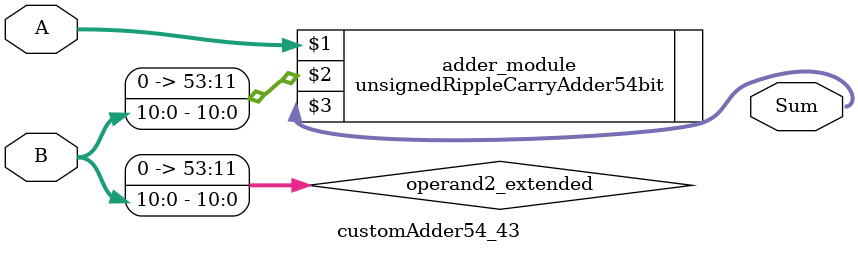
<source format=v>
module customAdder54_43(
                        input [53 : 0] A,
                        input [10 : 0] B,
                        
                        output [54 : 0] Sum
                );

        wire [53 : 0] operand2_extended;
        
        assign operand2_extended =  {43'b0, B};
        
        unsignedRippleCarryAdder54bit adder_module(
            A,
            operand2_extended,
            Sum
        );
        
        endmodule
        
</source>
